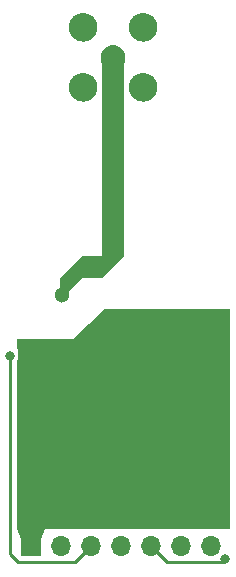
<source format=gbr>
%TF.GenerationSoftware,KiCad,Pcbnew,(5.1.8)-1*%
%TF.CreationDate,2021-01-29T12:29:00+09:00*%
%TF.ProjectId,REF_TWELITE_SMA_CONN,5245465f-5457-4454-9c49-54455f534d41,rev?*%
%TF.SameCoordinates,Original*%
%TF.FileFunction,Copper,L2,Bot*%
%TF.FilePolarity,Positive*%
%FSLAX46Y46*%
G04 Gerber Fmt 4.6, Leading zero omitted, Abs format (unit mm)*
G04 Created by KiCad (PCBNEW (5.1.8)-1) date 2021-01-29 12:29:00*
%MOMM*%
%LPD*%
G01*
G04 APERTURE LIST*
%TA.AperFunction,NonConductor*%
%ADD10C,0.100000*%
%TD*%
%TA.AperFunction,EtchedComponent*%
%ADD11C,0.100000*%
%TD*%
%TA.AperFunction,EtchedComponent*%
%ADD12C,0.300000*%
%TD*%
%TA.AperFunction,ComponentPad*%
%ADD13C,1.300000*%
%TD*%
%TA.AperFunction,ComponentPad*%
%ADD14C,0.100000*%
%TD*%
%TA.AperFunction,ComponentPad*%
%ADD15O,1.700000X1.700000*%
%TD*%
%TA.AperFunction,ComponentPad*%
%ADD16R,1.700000X1.700000*%
%TD*%
%TA.AperFunction,ViaPad*%
%ADD17C,0.800000*%
%TD*%
%TA.AperFunction,Conductor*%
%ADD18C,0.250000*%
%TD*%
%TA.AperFunction,Conductor*%
%ADD19C,0.400000*%
%TD*%
G04 APERTURE END LIST*
D10*
G36*
X122809000Y-86868000D02*
G01*
X104775000Y-86868000D01*
X104775000Y-72771000D01*
X104902000Y-72517000D01*
X104902000Y-71755000D01*
X104775000Y-71501000D01*
X104775000Y-70810120D01*
X109537500Y-70810120D01*
X112268000Y-68262500D01*
X122809000Y-68262500D01*
X122809000Y-86868000D01*
G37*
G36*
X106807000Y-87757000D02*
G01*
X105156000Y-87757000D01*
X104775000Y-86868000D01*
X107188000Y-86868000D01*
X106807000Y-87757000D01*
G37*
D11*
%TO.C,U1*%
G36*
X112073825Y-47418602D02*
G01*
X112473825Y-47818602D01*
X113173825Y-47918602D01*
X113573825Y-47618602D01*
X113873825Y-47118602D01*
X113854575Y-47613584D01*
X113854575Y-63780463D01*
X111964576Y-65670463D01*
X110318825Y-65670463D01*
X109144697Y-66807788D01*
X108843825Y-66608602D01*
X108713825Y-66548602D01*
X108573825Y-66518602D01*
X108428825Y-66484981D01*
X108428825Y-65670463D01*
X110318825Y-63780463D01*
X111964576Y-63780463D01*
X111964576Y-47613584D01*
X111963825Y-47218602D01*
X112073825Y-47418602D01*
G37*
D12*
X111419576Y-49498240D02*
G75*
G03*
X111419576Y-49498240I-1050000J0D01*
G01*
X116499576Y-44418240D02*
G75*
G03*
X116499576Y-44418240I-1050000J0D01*
G01*
X111419576Y-44418240D02*
G75*
G03*
X111419576Y-44418240I-1050000J0D01*
G01*
X116499576Y-49498240D02*
G75*
G03*
X116499576Y-49498240I-1050000J0D01*
G01*
%TD*%
D13*
%TO.P,U1,*%
%TO.N,*%
X108573825Y-67118602D03*
%TA.AperFunction,ComponentPad*%
D14*
G36*
X116488211Y-49652307D02*
G01*
X116468109Y-49753369D01*
X116438197Y-49851974D01*
X116398765Y-49947173D01*
X116350191Y-50038048D01*
X116292944Y-50123724D01*
X116227575Y-50203377D01*
X116154713Y-50276239D01*
X116075060Y-50341608D01*
X115989384Y-50398855D01*
X115898509Y-50447429D01*
X115803310Y-50486861D01*
X115704705Y-50516773D01*
X115603643Y-50536875D01*
X115501097Y-50546975D01*
X115398055Y-50546975D01*
X115295509Y-50536875D01*
X115194447Y-50516773D01*
X115095842Y-50486861D01*
X115000643Y-50447429D01*
X114909768Y-50398855D01*
X114824092Y-50341608D01*
X114744439Y-50276239D01*
X114671577Y-50203377D01*
X114606208Y-50123724D01*
X114548961Y-50038048D01*
X114500387Y-49947173D01*
X114460955Y-49851974D01*
X114431043Y-49753369D01*
X114410941Y-49652307D01*
X114400841Y-49549761D01*
X114400841Y-49446719D01*
X114410941Y-49344173D01*
X114431043Y-49243111D01*
X114460955Y-49144506D01*
X114500387Y-49049307D01*
X114548961Y-48958432D01*
X114606208Y-48872756D01*
X114671577Y-48793103D01*
X114744439Y-48720241D01*
X114824092Y-48654872D01*
X114909768Y-48597625D01*
X115000643Y-48549051D01*
X115095842Y-48509619D01*
X115194447Y-48479707D01*
X115295509Y-48459605D01*
X115398055Y-48449505D01*
X115501097Y-48449505D01*
X115603643Y-48459605D01*
X115704705Y-48479707D01*
X115803310Y-48509619D01*
X115898509Y-48549051D01*
X115989384Y-48597625D01*
X116075060Y-48654872D01*
X116154713Y-48720241D01*
X116227575Y-48793103D01*
X116292944Y-48872756D01*
X116350191Y-48958432D01*
X116398765Y-49049307D01*
X116438197Y-49144506D01*
X116468109Y-49243111D01*
X116488211Y-49344173D01*
X116498311Y-49446719D01*
X116498311Y-49549761D01*
X116488211Y-49652307D01*
G37*
%TD.AperFunction*%
%TA.AperFunction,ComponentPad*%
G36*
X111408211Y-49652307D02*
G01*
X111388109Y-49753369D01*
X111358197Y-49851974D01*
X111318765Y-49947173D01*
X111270191Y-50038048D01*
X111212944Y-50123724D01*
X111147575Y-50203377D01*
X111074713Y-50276239D01*
X110995060Y-50341608D01*
X110909384Y-50398855D01*
X110818509Y-50447429D01*
X110723310Y-50486861D01*
X110624705Y-50516773D01*
X110523643Y-50536875D01*
X110421097Y-50546975D01*
X110318055Y-50546975D01*
X110215509Y-50536875D01*
X110114447Y-50516773D01*
X110015842Y-50486861D01*
X109920643Y-50447429D01*
X109829768Y-50398855D01*
X109744092Y-50341608D01*
X109664439Y-50276239D01*
X109591577Y-50203377D01*
X109526208Y-50123724D01*
X109468961Y-50038048D01*
X109420387Y-49947173D01*
X109380955Y-49851974D01*
X109351043Y-49753369D01*
X109330941Y-49652307D01*
X109320841Y-49549761D01*
X109320841Y-49446719D01*
X109330941Y-49344173D01*
X109351043Y-49243111D01*
X109380955Y-49144506D01*
X109420387Y-49049307D01*
X109468961Y-48958432D01*
X109526208Y-48872756D01*
X109591577Y-48793103D01*
X109664439Y-48720241D01*
X109744092Y-48654872D01*
X109829768Y-48597625D01*
X109920643Y-48549051D01*
X110015842Y-48509619D01*
X110114447Y-48479707D01*
X110215509Y-48459605D01*
X110318055Y-48449505D01*
X110421097Y-48449505D01*
X110523643Y-48459605D01*
X110624705Y-48479707D01*
X110723310Y-48509619D01*
X110818509Y-48549051D01*
X110909384Y-48597625D01*
X110995060Y-48654872D01*
X111074713Y-48720241D01*
X111147575Y-48793103D01*
X111212944Y-48872756D01*
X111270191Y-48958432D01*
X111318765Y-49049307D01*
X111358197Y-49144506D01*
X111388109Y-49243111D01*
X111408211Y-49344173D01*
X111418311Y-49446719D01*
X111418311Y-49549761D01*
X111408211Y-49652307D01*
G37*
%TD.AperFunction*%
%TA.AperFunction,ComponentPad*%
G36*
X111408211Y-44572307D02*
G01*
X111388109Y-44673369D01*
X111358197Y-44771974D01*
X111318765Y-44867173D01*
X111270191Y-44958048D01*
X111212944Y-45043724D01*
X111147575Y-45123377D01*
X111074713Y-45196239D01*
X110995060Y-45261608D01*
X110909384Y-45318855D01*
X110818509Y-45367429D01*
X110723310Y-45406861D01*
X110624705Y-45436773D01*
X110523643Y-45456875D01*
X110421097Y-45466975D01*
X110318055Y-45466975D01*
X110215509Y-45456875D01*
X110114447Y-45436773D01*
X110015842Y-45406861D01*
X109920643Y-45367429D01*
X109829768Y-45318855D01*
X109744092Y-45261608D01*
X109664439Y-45196239D01*
X109591577Y-45123377D01*
X109526208Y-45043724D01*
X109468961Y-44958048D01*
X109420387Y-44867173D01*
X109380955Y-44771974D01*
X109351043Y-44673369D01*
X109330941Y-44572307D01*
X109320841Y-44469761D01*
X109320841Y-44366719D01*
X109330941Y-44264173D01*
X109351043Y-44163111D01*
X109380955Y-44064506D01*
X109420387Y-43969307D01*
X109468961Y-43878432D01*
X109526208Y-43792756D01*
X109591577Y-43713103D01*
X109664439Y-43640241D01*
X109744092Y-43574872D01*
X109829768Y-43517625D01*
X109920643Y-43469051D01*
X110015842Y-43429619D01*
X110114447Y-43399707D01*
X110215509Y-43379605D01*
X110318055Y-43369505D01*
X110421097Y-43369505D01*
X110523643Y-43379605D01*
X110624705Y-43399707D01*
X110723310Y-43429619D01*
X110818509Y-43469051D01*
X110909384Y-43517625D01*
X110995060Y-43574872D01*
X111074713Y-43640241D01*
X111147575Y-43713103D01*
X111212944Y-43792756D01*
X111270191Y-43878432D01*
X111318765Y-43969307D01*
X111358197Y-44064506D01*
X111388109Y-44163111D01*
X111408211Y-44264173D01*
X111418311Y-44366719D01*
X111418311Y-44469761D01*
X111408211Y-44572307D01*
G37*
%TD.AperFunction*%
%TA.AperFunction,ComponentPad*%
G36*
X116488211Y-44572307D02*
G01*
X116468109Y-44673369D01*
X116438197Y-44771974D01*
X116398765Y-44867173D01*
X116350191Y-44958048D01*
X116292944Y-45043724D01*
X116227575Y-45123377D01*
X116154713Y-45196239D01*
X116075060Y-45261608D01*
X115989384Y-45318855D01*
X115898509Y-45367429D01*
X115803310Y-45406861D01*
X115704705Y-45436773D01*
X115603643Y-45456875D01*
X115501097Y-45466975D01*
X115398055Y-45466975D01*
X115295509Y-45456875D01*
X115194447Y-45436773D01*
X115095842Y-45406861D01*
X115000643Y-45367429D01*
X114909768Y-45318855D01*
X114824092Y-45261608D01*
X114744439Y-45196239D01*
X114671577Y-45123377D01*
X114606208Y-45043724D01*
X114548961Y-44958048D01*
X114500387Y-44867173D01*
X114460955Y-44771974D01*
X114431043Y-44673369D01*
X114410941Y-44572307D01*
X114400841Y-44469761D01*
X114400841Y-44366719D01*
X114410941Y-44264173D01*
X114431043Y-44163111D01*
X114460955Y-44064506D01*
X114500387Y-43969307D01*
X114548961Y-43878432D01*
X114606208Y-43792756D01*
X114671577Y-43713103D01*
X114744439Y-43640241D01*
X114824092Y-43574872D01*
X114909768Y-43517625D01*
X115000643Y-43469051D01*
X115095842Y-43429619D01*
X115194447Y-43399707D01*
X115295509Y-43379605D01*
X115398055Y-43369505D01*
X115501097Y-43369505D01*
X115603643Y-43379605D01*
X115704705Y-43399707D01*
X115803310Y-43429619D01*
X115898509Y-43469051D01*
X115989384Y-43517625D01*
X116075060Y-43574872D01*
X116154713Y-43640241D01*
X116227575Y-43713103D01*
X116292944Y-43792756D01*
X116350191Y-43878432D01*
X116398765Y-43969307D01*
X116438197Y-44064506D01*
X116468109Y-44163111D01*
X116488211Y-44264173D01*
X116498311Y-44366719D01*
X116498311Y-44469761D01*
X116488211Y-44572307D01*
G37*
%TD.AperFunction*%
%TA.AperFunction,ComponentPad*%
G36*
X113948211Y-47112307D02*
G01*
X113928109Y-47213369D01*
X113898197Y-47311974D01*
X113858765Y-47407173D01*
X113810191Y-47498048D01*
X113752944Y-47583724D01*
X113687575Y-47663377D01*
X113614713Y-47736239D01*
X113535060Y-47801608D01*
X113449384Y-47858855D01*
X113358509Y-47907429D01*
X113263310Y-47946861D01*
X113164705Y-47976773D01*
X113063643Y-47996875D01*
X112961097Y-48006975D01*
X112858055Y-48006975D01*
X112755509Y-47996875D01*
X112654447Y-47976773D01*
X112555842Y-47946861D01*
X112460643Y-47907429D01*
X112369768Y-47858855D01*
X112284092Y-47801608D01*
X112204439Y-47736239D01*
X112131577Y-47663377D01*
X112066208Y-47583724D01*
X112008961Y-47498048D01*
X111960387Y-47407173D01*
X111920955Y-47311974D01*
X111891043Y-47213369D01*
X111870941Y-47112307D01*
X111860841Y-47009761D01*
X111860841Y-46906719D01*
X111870941Y-46804173D01*
X111891043Y-46703111D01*
X111920955Y-46604506D01*
X111960387Y-46509307D01*
X112008961Y-46418432D01*
X112066208Y-46332756D01*
X112131577Y-46253103D01*
X112204439Y-46180241D01*
X112284092Y-46114872D01*
X112369768Y-46057625D01*
X112460643Y-46009051D01*
X112555842Y-45969619D01*
X112654447Y-45939707D01*
X112755509Y-45919605D01*
X112858055Y-45909505D01*
X112961097Y-45909505D01*
X113063643Y-45919605D01*
X113164705Y-45939707D01*
X113263310Y-45969619D01*
X113358509Y-46009051D01*
X113449384Y-46057625D01*
X113535060Y-46114872D01*
X113614713Y-46180241D01*
X113687575Y-46253103D01*
X113752944Y-46332756D01*
X113810191Y-46418432D01*
X113858765Y-46509307D01*
X113898197Y-46604506D01*
X113928109Y-46703111D01*
X113948211Y-46804173D01*
X113958311Y-46906719D01*
X113958311Y-47009761D01*
X113948211Y-47112307D01*
G37*
%TD.AperFunction*%
%TD*%
D15*
%TO.P,J2,7*%
%TO.N,/SET*%
X121221500Y-88341200D03*
%TO.P,J2,6*%
%TO.N,/VCC*%
X118681500Y-88341200D03*
%TO.P,J2,5*%
%TO.N,/RST*%
X116141500Y-88341200D03*
%TO.P,J2,4*%
%TO.N,/RXD*%
X113601500Y-88341200D03*
%TO.P,J2,3*%
%TO.N,/PRG*%
X111061500Y-88341200D03*
%TO.P,J2,2*%
%TO.N,/TXD*%
X108521500Y-88341200D03*
D16*
%TO.P,J2,1*%
%TO.N,/TWE_GND*%
X105981500Y-88341200D03*
%TD*%
D17*
%TO.N,/RST*%
X122409979Y-89389979D03*
%TO.N,/PRG*%
X104216200Y-72207120D03*
%TO.N,/TWE_GND*%
X121158000Y-74739500D03*
X112458500Y-69151500D03*
%TD*%
D18*
%TO.N,/RST*%
X122137958Y-89662000D02*
X122409979Y-89389979D01*
X117462300Y-89662000D02*
X122137958Y-89662000D01*
X116141500Y-88341200D02*
X117462300Y-89662000D01*
D19*
%TO.N,/PRG*%
X104013000Y-72199500D02*
X104013000Y-72199500D01*
D18*
X104216200Y-72402700D02*
X104013000Y-72199500D01*
X104216200Y-88995902D02*
X104216200Y-72402700D01*
X109728000Y-89662000D02*
X104882298Y-89662000D01*
X111048800Y-88341200D02*
X109728000Y-89662000D01*
X104882298Y-89662000D02*
X104216200Y-88995902D01*
X111061500Y-88341200D02*
X111048800Y-88341200D01*
D19*
%TO.N,/TWE_GND*%
X114313599Y-74738601D02*
X112205399Y-74738601D01*
X105981500Y-80962500D02*
X112205399Y-74738601D01*
X105981500Y-88341200D02*
X105981500Y-80962500D01*
X112204500Y-74739500D02*
X105981500Y-80962500D01*
X121158000Y-74739500D02*
X112204500Y-74739500D01*
%TD*%
M02*

</source>
